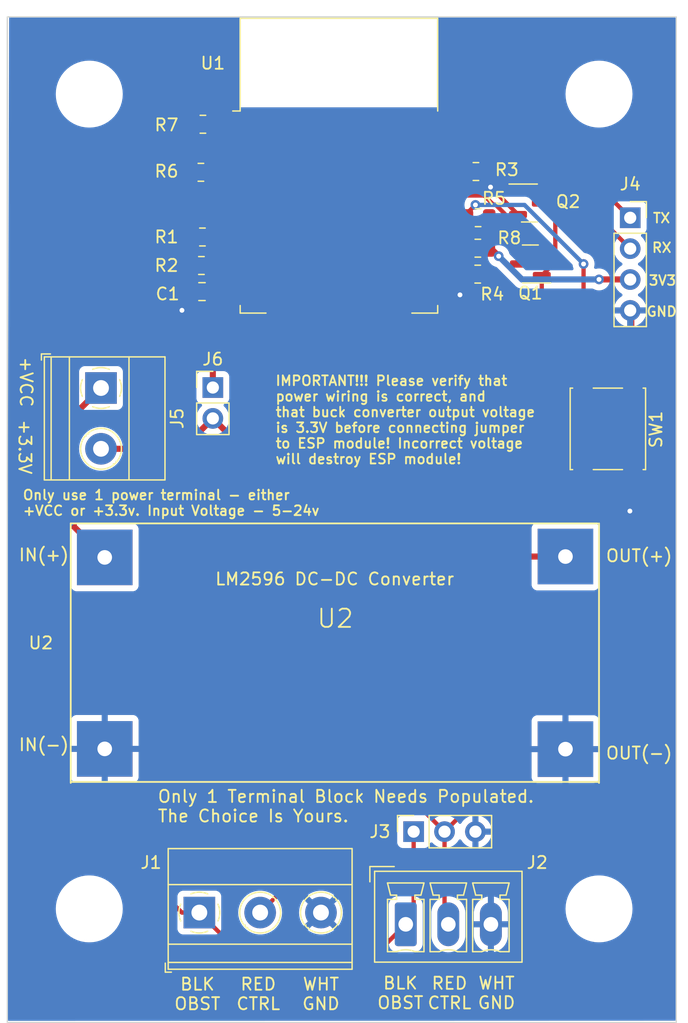
<source format=kicad_pcb>
(kicad_pcb (version 20221018) (generator pcbnew)
  (layers (0 "F.Cu" signal) (31 "B.Cu" signal) (34 "B.Paste" user) (35 "F.Paste" user) (36 "B.SilkS" user "B.Silkscreen") (37 "F.SilkS" user "F.Silkscreen") (38 "B.Mask" user) (39 "F.Mask" user) (44 "Edge.Cuts" user))
  (net 0 "")
  (net 1 "Net-(Q1-D)")
  (net 2 "Net-(Q2-G)")
  (net 3 "+3.3V")
  (net 4 "GND")
  (net 5 "Net-(U1-GPIO13)")
  (net 16 "Net-(U1-GPIO15)")
  (net 17 "Net-(U1-EN)")
  (net 18 "Net-(J4-Pin_1)")
  (net 19 "Net-(J4-Pin_2)")
  (net 20 "Net-(U1-GPIO0)")
  (net 21 "Net-(U1-~{RST})")
  (net 22 "Net-(J1-BLK{slash}OBST)")
  (net 23 "Net-(J1-RED{slash}CTRL)")
  (net 24 "Net-(U1-GPIO2)")
  (net 25 "+12V")
  (net 26 "Net-(J5-+3.3V)")
  (footprint "Connector_PinHeader_2.54mm:PinHeader_1x02_P2.54mm_Vertical" (layer "F.Cu") (at 130.81 87.63)
    (fp_text reference "J6" (at 0 -2.33) (layer "F.SilkS"))
    (fp_text value "Conn_01x02")
    (fp_line (start -1.33 -1.33) (end 0 -1.33) (stroke (width 0.12)) (layer "F.SilkS"))
    (fp_line (start -1.33 0) (end -1.33 -1.33) (stroke (width 0.12)) (layer "F.SilkS"))
    (fp_line (start -1.33 1.27) (end -1.33 3.87) (stroke (width 0.12)) (layer "F.SilkS"))
    (fp_line (start -1.33 1.27) (end 1.33 1.27) (stroke (width 0.12)) (layer "F.SilkS"))
    (fp_line (start -1.33 3.87) (end 1.33 3.87) (stroke (width 0.12)) (layer "F.SilkS"))
    (fp_line (start 1.33 1.27) (end 1.33 3.87) (stroke (width 0.12)) (layer "F.SilkS"))
    (pad "1" thru_hole rect (at 0 0) (size 1.7 1.7) (drill 1) (layers "*.Cu" "*.Mask") (net 3 "+3.3V"))
    (pad "2" thru_hole oval (at 0 2.54) (size 1.7 1.7) (drill 1) (layers "*.Cu" "*.Mask") (net 26 "Net-(J5-+3.3V)"))
  )
  (footprint "Connector_PinSocket_2.54mm:PinSocket_1x04_P2.54mm_Vertical" (layer "F.Cu") (at 165.125 73.67)
    (fp_text reference "J4" (at 0 -2.77) (layer "F.SilkS"))
    (fp_text value "Conn_01x04")
    (fp_line (start -1.33 1.27) (end -1.33 8.95) (stroke (width 0.12)) (layer "F.SilkS"))
    (fp_line (start -1.33 1.27) (end 1.33 1.27) (stroke (width 0.12)) (layer "F.SilkS"))
    (fp_line (start -1.33 8.95) (end 1.33 8.95) (stroke (width 0.12)) (layer "F.SilkS"))
    (fp_line (start 0 -1.33) (end 1.33 -1.33) (stroke (width 0.12)) (layer "F.SilkS"))
    (fp_line (start 1.33 -1.33) (end 1.33 0) (stroke (width 0.12)) (layer "F.SilkS"))
    (fp_line (start 1.33 1.27) (end 1.33 8.95) (stroke (width 0.12)) (layer "F.SilkS"))
    (pad "1" thru_hole rect (at 0 0) (size 1.7 1.7) (drill 1) (layers "*.Cu" "*.Mask") (net 18 "Net-(J4-Pin_1)"))
    (pad "2" thru_hole oval (at 0 2.54) (size 1.7 1.7) (drill 1) (layers "*.Cu" "*.Mask") (net 19 "Net-(J4-Pin_2)"))
    (pad "3" thru_hole oval (at 0 5.08) (size 1.7 1.7) (drill 1) (layers "*.Cu" "*.Mask") (net 3 "+3.3V"))
    (pad "4" thru_hole oval (at 0 7.62) (size 1.7 1.7) (drill 1) (layers "*.Cu" "*.Mask") (net 4 "GND"))
  )
  (footprint "Resistor_SMD:R_0805_2012Metric" (layer "F.Cu") (at 152.441188 69.867106 180)
    (fp_text reference "R3" (at -2.54 0.144162) (layer "F.SilkS"))
    (fp_text value "10k")
    (fp_line (start -0.227064 -0.735) (end 0.227064 -0.735) (stroke (width 0.12)) (layer "F.SilkS"))
    (fp_line (start -0.227064 0.735) (end 0.227064 0.735) (stroke (width 0.12)) (layer "F.SilkS"))
    (pad "1" smd roundrect (at -0.9125 0 180) (size 1.025 1.4) (layers "F.Cu" "F.Paste" "F.Mask") (roundrect_rratio 0.243902439) (net 4 "GND"))
    (pad "2" smd roundrect (at 0.9125 0 180) (size 1.025 1.4) (layers "F.Cu" "F.Paste" "F.Mask") (roundrect_rratio 0.243902439) (net 2 "Net-(Q2-G)"))
  )
  (footprint "MountingHole:MountingHole_5mm" (layer "F.Cu") (at 162.56 63.5)
    (fp_text reference "H1" hide)
    (fp_text value "MountingHole_5mm")
    (pad "" np_thru_hole circle (at 0 0) (size 5 5) (drill 5) (layers "*.Cu" "*.Mask"))
  )
  (footprint "MountingHole:MountingHole_5mm" (layer "F.Cu") (at 162.56 130.505)
    (fp_text reference "H1" hide)
    (fp_text value "MountingHole_5mm")
    (pad "" np_thru_hole circle (at 0 0) (size 5 5) (drill 5) (layers "F&B.Cu" "*.Mask"))
  )
  (footprint "Resistor_SMD:R_0805_2012Metric" (layer "F.Cu") (at 152.619095 73.664066)
    (fp_text reference "R5" (at 1.303077 -1.582561) (layer "F.SilkS"))
    (fp_text value "10k")
    (fp_line (start -0.227064 -0.735) (end 0.227064 -0.735) (stroke (width 0.12)) (layer "F.SilkS"))
    (fp_line (start -0.227064 0.735) (end 0.227064 0.735) (stroke (width 0.12)) (layer "F.SilkS"))
    (pad "1" smd roundrect (at -0.9125 0) (size 1.025 1.4) (layers "F.Cu" "F.Paste" "F.Mask") (roundrect_rratio 0.243902439) (net 20 "Net-(U1-GPIO0)"))
    (pad "2" smd roundrect (at 0.9125 0) (size 1.025 1.4) (layers "F.Cu" "F.Paste" "F.Mask") (roundrect_rratio 0.243902439) (net 3 "+3.3V"))
  )
  (footprint "RF_Module:ESP-12E" (layer "F.Cu") (at 141.177159 69.388892)
    (fp_text reference "U1" (at -10.367159 -8.428892) (layer "F.SilkS"))
    (fp_text value "ESP-12F")
    (fp_line (start -8.12 -12.12) (end 8.12 -12.12) (stroke (width 0.12)) (layer "F.SilkS"))
    (fp_line (start -8.12 -4.5) (end -8.73 -4.5) (stroke (width 0.12)) (layer "F.SilkS"))
    (fp_line (start -8.12 -4.5) (end -8.12 -12.12) (stroke (width 0.12)) (layer "F.SilkS"))
    (fp_line (start -8.12 12.12) (end -8.12 11.5) (stroke (width 0.12)) (layer "F.SilkS"))
    (fp_line (start -6 12.12) (end -8.12 12.12) (stroke (width 0.12)) (layer "F.SilkS"))
    (fp_line (start 8.12 -12.12) (end 8.12 -4.5) (stroke (width 0.12)) (layer "F.SilkS"))
    (fp_line (start 8.12 11.5) (end 8.12 12.12) (stroke (width 0.12)) (layer "F.SilkS"))
    (fp_line (start 8.12 12.12) (end 6 12.12) (stroke (width 0.12)) (layer "F.SilkS"))
    (pad "1" smd rect (at -7.6 -3.5) (size 2.5 1) (layers "F.Cu" "F.Paste" "F.Mask") (net 21 "Net-(U1-~{RST})"))
    (pad "2" smd rect (at -7.6 -1.5) (size 2.5 1) (layers "F.Cu" "F.Paste" "F.Mask"))
    (pad "3" smd rect (at -7.6 0.5) (size 2.5 1) (layers "F.Cu" "F.Paste" "F.Mask") (net 17 "Net-(U1-EN)"))
    (pad "4" smd rect (at -7.6 2.5) (size 2.5 1) (layers "F.Cu" "F.Paste" "F.Mask"))
    (pad "5" smd rect (at -7.6 4.5) (size 2.5 1) (layers "F.Cu" "F.Paste" "F.Mask"))
    (pad "6" smd rect (at -7.6 6.5) (size 2.5 1) (layers "F.Cu" "F.Paste" "F.Mask"))
    (pad "7" smd rect (at -7.6 8.5) (size 2.5 1) (layers "F.Cu" "F.Paste" "F.Mask") (net 5 "Net-(U1-GPIO13)"))
    (pad "8" smd rect (at -7.6 10.5) (size 2.5 1) (layers "F.Cu" "F.Paste" "F.Mask") (net 3 "+3.3V"))
    (pad "9" smd rect (at -5 12) (size 1 1.8) (layers "F.Cu" "F.Paste" "F.Mask"))
    (pad "10" smd rect (at -3 12) (size 1 1.8) (layers "F.Cu" "F.Paste" "F.Mask"))
    (pad "11" smd rect (at -1 12) (size 1 1.8) (layers "F.Cu" "F.Paste" "F.Mask"))
    (pad "12" smd rect (at 1 12) (size 1 1.8) (layers "F.Cu" "F.Paste" "F.Mask"))
    (pad "13" smd rect (at 3 12) (size 1 1.8) (layers "F.Cu" "F.Paste" "F.Mask"))
    (pad "14" smd rect (at 5 12) (size 1 1.8) (layers "F.Cu" "F.Paste" "F.Mask"))
    (pad "15" smd rect (at 7.6 10.5) (size 2.5 1) (layers "F.Cu" "F.Paste" "F.Mask") (net 4 "GND"))
    (pad "16" smd rect (at 7.6 8.5) (size 2.5 1) (layers "F.Cu" "F.Paste" "F.Mask") (net 16 "Net-(U1-GPIO15)"))
    (pad "17" smd rect (at 7.6 6.5) (size 2.5 1) (layers "F.Cu" "F.Paste" "F.Mask") (net 24 "Net-(U1-GPIO2)"))
    (pad "18" smd rect (at 7.6 4.5) (size 2.5 1) (layers "F.Cu" "F.Paste" "F.Mask") (net 20 "Net-(U1-GPIO0)"))
    (pad "19" smd rect (at 7.6 2.5) (size 2.5 1) (layers "F.Cu" "F.Paste" "F.Mask") (net 1 "Net-(Q1-D)"))
    (pad "20" smd rect (at 7.6 0.5) (size 2.5 1) (layers "F.Cu" "F.Paste" "F.Mask") (net 2 "Net-(Q2-G)"))
    (pad "21" smd rect (at 7.6 -1.5) (size 2.5 1) (layers "F.Cu" "F.Paste" "F.Mask") (net 19 "Net-(J4-Pin_2)"))
    (pad "22" smd rect (at 7.6 -3.5) (size 2.5 1) (layers "F.Cu" "F.Paste" "F.Mask") (net 18 "Net-(J4-Pin_1)"))
    (zone (net 0) (net_name "") (layers "*.Cu") (connect_pads (clearance 0)) (min_thickness 0.254)
      (keepout (tracks not_allowed) (vias not_allowed) (pads not_allowed) (copperpour not_allowed) (footprints not_allowed))
      (fill (thermal_gap 0.508) (thermal_bridge_width 0.508))
      (polygon (pts (xy 133.057159 64.588892) (xy 149.297159 64.588892) (xy 149.297159 57.268892) (xy 133.057159 57.268892)))
    )
  )
  (footprint "Resistor_SMD:R_0805_2012Metric" (layer "F.Cu") (at 129.828384 69.930929 180)
    (fp_text reference "R6" (at 2.828384 0.080929) (layer "F.SilkS"))
    (fp_text value "10k")
    (fp_line (start -0.227064 -0.735) (end 0.227064 -0.735) (stroke (width 0.12)) (layer "F.SilkS"))
    (fp_line (start -0.227064 0.735) (end 0.227064 0.735) (stroke (width 0.12)) (layer "F.SilkS"))
    (pad "1" smd roundrect (at -0.9125 0 180) (size 1.025 1.4) (layers "F.Cu" "F.Paste" "F.Mask") (roundrect_rratio 0.243902439) (net 17 "Net-(U1-EN)"))
    (pad "2" smd roundrect (at 0.9125 0 180) (size 1.025 1.4) (layers "F.Cu" "F.Paste" "F.Mask") (roundrect_rratio 0.243902439) (net 3 "+3.3V"))
  )
  (footprint "MountingHole:MountingHole_5mm" (layer "F.Cu") (at 120.65 130.505)
    (fp_text reference "H1" hide)
    (fp_text value "MountingHole_5mm")
    (pad "" np_thru_hole circle (at 0 0) (size 5 5) (drill 5) (layers "F&B.Cu" "*.Mask"))
  )
  (footprint "Resistor_SMD:R_0805_2012Metric" (layer "F.Cu") (at 152.588831 78.30498 180)
    (fp_text reference "R4" (at -1.190782 -1.65) (layer "F.SilkS"))
    (fp_text value "10k")
    (fp_line (start -0.227064 -0.735) (end 0.227064 -0.735) (stroke (width 0.12)) (layer "F.SilkS"))
    (fp_line (start -0.227064 0.735) (end 0.227064 0.735) (stroke (width 0.12)) (layer "F.SilkS"))
    (pad "1" smd roundrect (at -0.9125 0 180) (size 1.025 1.4) (layers "F.Cu" "F.Paste" "F.Mask") (roundrect_rratio 0.243902439) (net 4 "GND"))
    (pad "2" smd roundrect (at 0.9125 0 180) (size 1.025 1.4) (layers "F.Cu" "F.Paste" "F.Mask") (roundrect_rratio 0.243902439) (net 16 "Net-(U1-GPIO15)"))
  )
  (footprint "MountingHole:MountingHole_5mm" (layer "F.Cu") (at 120.65 63.5)
    (fp_text reference "H1" hide)
    (fp_text value "MountingHole_5mm")
    (pad "" np_thru_hole circle (at 0 0) (size 5 5) (drill 5) (layers "F&B.Cu" "*.Mask"))
  )
  (footprint "Package_TO_SOT_SMD:SOT-23" (layer "F.Cu") (at 156.838197 72.456955)
    (fp_text reference "Q2" (at 3.181285 -0.114091) (layer "F.SilkS"))
    (fp_text value "AO3400A")
    (fp_line (start 0 -1.56) (end -1.675 -1.56) (stroke (width 0.12)) (layer "F.SilkS"))
    (fp_line (start 0 -1.56) (end 0.65 -1.56) (stroke (width 0.12)) (layer "F.SilkS"))
    (fp_line (start 0 1.56) (end -0.65 1.56) (stroke (width 0.12)) (layer "F.SilkS"))
    (fp_line (start 0 1.56) (end 0.65 1.56) (stroke (width 0.12)) (layer "F.SilkS"))
    (pad "1" smd roundrect (at -0.9375 -0.95) (size 1.475 0.6) (layers "F.Cu" "F.Paste" "F.Mask") (net 2 "Net-(Q2-G)"))
    (pad "2" smd roundrect (at -0.9375 0.95) (size 1.475 0.6) (layers "F.Cu" "F.Paste" "F.Mask") (net 4 "GND"))
    (pad "3" smd roundrect (at 0.9375 0) (size 1.475 0.6) (layers "F.Cu" "F.Paste" "F.Mask") (net 23 "Net-(J1-RED{slash}CTRL)"))
  )
  (footprint "DC_DC_LM2596_small:DC_DC_LM2596_small" (layer "F.Cu") (at 140.7755 108.966)
    (fp_text reference "U2" (at 0.1016 -2.3368) (layer "F.SilkS") (effects (font (size 1.5 1.5))))
    (fp_text value "LM2596 DC-DC Converter" (at 0.0508 -5.588) (layer "F.SilkS"))
    (fp_line (start -21.6495 -10.16) (end 21.6495 -10.16) (stroke (width 0.15)) (layer "F.SilkS"))
    (fp_line (start -21.6495 11.176) (end -21.6495 -10.16) (stroke (width 0.15)) (layer "F.SilkS"))
    (fp_line (start -21.605924 11.099059) (end 21.693076 11.099059) (stroke (width 0.15)) (layer "F.SilkS"))
    (fp_line (start 21.7845 11.176) (end 21.7845 -10.16) (stroke (width 0.15)) (layer "F.SilkS"))
    (pad "1" thru_hole rect (at -18.8555 -7.366) (size 4.572 4.572) (drill 1.2) (layers "*.Cu" "*.Mask") (net 25 "+12V"))
    (pad "2" thru_hole rect (at -18.8555 8.382) (size 4.572 4.572) (drill 1.2) (layers "*.Cu" "*.Mask") (net 4 "GND"))
    (pad "3" thru_hole rect (at 19.026872 -7.434928) (size 4.572 4.572) (drill 1.2) (layers "*.Cu" "*.Mask") (net 26 "Net-(J5-+3.3V)"))
    (pad "4" thru_hole rect (at 19.026872 8.403206) (size 4.572 4.572) (drill 1.2) (layers "*.Cu" "*.Mask") (net 4 "GND"))
  )
  (footprint "Connector_PinSocket_2.54mm:PinSocket_1x03_P2.54mm_Vertical" (layer "F.Cu") (at 147.32 124.155 90)
    (fp_text reference "J3" (at 0 -2.77) (layer "F.SilkS"))
    (fp_text value "Screw_Terminal_01x03")
    (fp_line (start -1.33 1.27) (end -1.33 6.41) (stroke (width 0.12)) (layer "F.SilkS"))
    (fp_line (start -1.33 1.27) (end 1.33 1.27) (stroke (width 0.12)) (layer "F.SilkS"))
    (fp_line (start -1.33 6.41) (end 1.33 6.41) (stroke (width 0.12)) (layer "F.SilkS"))
    (fp_line (start 0 -1.33) (end 1.33 -1.33) (stroke (width 0.12)) (layer "F.SilkS"))
    (fp_line (start 1.33 -1.33) (end 1.33 0) (stroke (width 0.12)) (layer "F.SilkS"))
    (fp_line (start 1.33 1.27) (end 1.33 6.41) (stroke (width 0.12)) (layer "F.SilkS"))
    (pad "1" thru_hole rect (at 0 0 90) (size 1.7 1.7) (drill 1) (layers "*.Cu" "*.Mask") (net 22 "Net-(J1-BLK{slash}OBST)"))
    (pad "2" thru_hole oval (at 0 2.54 90) (size 1.7 1.7) (drill 1) (layers "*.Cu" "*.Mask") (net 23 "Net-(J1-RED{slash}CTRL)"))
    (pad "3" thru_hole oval (at 0 5.08 90) (size 1.7 1.7) (drill 1) (layers "*.Cu" "*.Mask") (net 4 "GND"))
  )
  (footprint "Button_Switch_SMD:SW_SPST_EVQQ2" (layer "F.Cu") (at 163.29 91.03 -90)
    (fp_text reference "SW1" (at 0.05 -3.95 90) (layer "F.SilkS"))
    (fp_text value "SW_Push")
    (fp_line (start -3.35 -3.1) (end -3.35 -2.9) (stroke (width 0.12)) (layer "F.SilkS"))
    (fp_line (start -3.35 -1.2) (end -3.35 1.2) (stroke (width 0.12)) (layer "F.SilkS"))
    (fp_line (start -3.35 3.1) (end -3.35 2.9) (stroke (width 0.12)) (layer "F.SilkS"))
    (fp_line (start -3.35 3.1) (end 3.35 3.1) (stroke (width 0.12)) (layer "F.SilkS"))
    (fp_line (start 3.35 -3.1) (end -3.35 -3.1) (stroke (width 0.12)) (layer "F.SilkS"))
    (fp_line (start 3.35 -3.1) (end 3.35 -2.9) (stroke (width 0.12)) (layer "F.SilkS"))
    (fp_line (start 3.35 -1.2) (end 3.35 1.2) (stroke (width 0.12)) (layer "F.SilkS"))
    (fp_line (start 3.35 3.1) (end 3.35 2.9) (stroke (width 0.12)) (layer "F.SilkS"))
    (pad "1" smd rect (at -3.4 -2 270) (size 3.2 1) (layers "F.Cu" "F.Paste" "F.Mask") (net 4 "GND"))
    (pad "1" smd rect (at 3.4 -2 270) (size 3.2 1) (layers "F.Cu" "F.Paste" "F.Mask") (net 4 "GND"))
    (pad "2" smd rect (at -3.4 2 270) (size 3.2 1) (layers "F.Cu" "F.Paste" "F.Mask") (net 20 "Net-(U1-GPIO0)"))
    (pad "2" smd rect (at 3.4 2 270) (size 3.2 1) (layers "F.Cu" "F.Paste" "F.Mask") (net 20 "Net-(U1-GPIO0)"))
  )
  (footprint "Package_TO_SOT_SMD:SOT-23" (layer "F.Cu") (at 156.915502 77.47 180)
    (fp_text reference "Q1" (at 0 -2.4) (layer "F.SilkS"))
    (fp_text value "2N7002")
    (fp_line (start 0 -1.56) (end -1.675 -1.56) (stroke (width 0.12)) (layer "F.SilkS"))
    (fp_line (start 0 -1.56) (end 0.65 -1.56) (stroke (width 0.12)) (layer "F.SilkS"))
    (fp_line (start 0 1.56) (end -0.65 1.56) (stroke (width 0.12)) (layer "F.SilkS"))
    (fp_line (start 0 1.56) (end 0.65 1.56) (stroke (width 0.12)) (layer "F.SilkS"))
    (pad "1" smd roundrect (at -0.9375 -0.95 180) (size 1.475 0.6) (layers "F.Cu" "F.Paste" "F.Mask") (net 23 "Net-(J1-RED{slash}CTRL)"))
    (pad "2" smd roundrect (at -0.9375 0.95 180) (size 1.475 0.6) (layers "F.Cu" "F.Paste" "F.Mask") (net 4 "GND"))
    (pad "3" smd roundrect (at 0.9375 0 180) (size 1.475 0.6) (layers "F.Cu" "F.Paste" "F.Mask") (net 1 "Net-(Q1-D)"))
  )
  (footprint "Connector_Phoenix_MC:PhoenixContact_MCV_1,5_3-G-3.5_1x03_P3.50mm_Vertical" (layer "F.Cu") (at 146.67 131.775)
    (fp_text reference "J2" (at 10.81 -5.08) (layer "F.SilkS"))
    (fp_text value "Screw_Terminal_01x03")
    (fp_line (start -2.95 -4.75) (end -0.95 -4.75) (stroke (width 0.12)) (layer "F.SilkS"))
    (fp_line (start -2.95 -3.5) (end -2.95 -4.75) (stroke (width 0.12)) (layer "F.SilkS"))
    (fp_line (start -2.56 -4.36) (end -2.56 3.11) (stroke (width 0.12)) (layer "F.SilkS"))
    (fp_line (start -2.56 3.11) (end 9.56 3.11) (stroke (width 0.12)) (layer "F.SilkS"))
    (fp_line (start -1.5 -3.4) (end 1.5 -3.4) (stroke (width 0.12)) (layer "F.SilkS"))
    (fp_line (start -1.5 -2.05) (end -0.75 -2.05) (stroke (width 0.12)) (layer "F.SilkS"))
    (fp_line (start -1.5 2.25) (end -1.5 -2.05) (stroke (width 0.12)) (layer "F.SilkS"))
    (fp_line (start -1.25 -2.4) (end -1.5 -3.4) (stroke (width 0.12)) (layer "F.SilkS"))
    (fp_line (start -0.75 -2.4) (end -1.25 -2.4) (stroke (width 0.12)) (layer "F.SilkS"))
    (fp_line (start -0.75 -2.05) (end -0.75 -2.4) (stroke (width 0.12)) (layer "F.SilkS"))
    (fp_line (start -0.75 2.25) (end -1.5 2.25) (stroke (width 0.12)) (layer "F.SilkS"))
    (fp_line (start 0.75 -2.4) (end 0.75 -2.05) (stroke (width 0.12)) (layer "F.SilkS"))
    (fp_line (start 0.75 -2.05) (end 1.5 -2.05) (stroke (width 0.12)) (layer "F.SilkS"))
    (fp_line (start 1.25 -2.4) (end 0.75 -2.4) (stroke (width 0.12)) (layer "F.SilkS"))
    (fp_line (start 1.5 -3.4) (end 1.25 -2.4) (stroke (width 0.12)) (layer "F.SilkS"))
    (fp_line (start 1.5 -2.05) (end 1.5 2.25) (stroke (width 0.12)) (layer "F.SilkS"))
    (fp_line (start 1.5 2.25) (end 0.75 2.25) (stroke (width 0.12)) (layer "F.SilkS"))
    (fp_line (start 2 -3.4) (end 5 -3.4) (stroke (width 0.12)) (layer "F.SilkS"))
    (fp_line (start 2 -2.05) (end 2.75 -2.05) (stroke (width 0.12)) (layer "F.SilkS"))
    (fp_line (start 2 2.25) (end 2 -2.05) (stroke (width 0.12)) (layer "F.SilkS"))
    (fp_line (start 2.25 -2.4) (end 2 -3.4) (stroke (width 0.12)) (layer "F.SilkS"))
    (fp_line (start 2.75 -2.4) (end 2.25 -2.4) (stroke (width 0.12)) (layer "F.SilkS"))
    (fp_line (start 2.75 -2.05) (end 2.75 -2.4) (stroke (width 0.12)) (layer "F.SilkS"))
    (fp_line (start 2.75 2.25) (end 2 2.25) (stroke (width 0.12)) (layer "F.SilkS"))
    (fp_line (start 4.25 -2.4) (end 4.25 -2.05) (stroke (width 0.12)) (layer "F.SilkS"))
    (fp_line (start 4.25 -2.05) (end 5 -2.05) (stroke (width 0.12)) (layer "F.SilkS"))
    (fp_line (start 4.75 -2.4) (end 4.25 -2.4) (stroke (width 0.12)) (layer "F.SilkS"))
    (fp_line (start 5 -3.4) (end 4.75 -2.4) (stroke (width 0.12)) (layer "F.SilkS"))
    (fp_line (start 5 -2.05) (end 5 2.25) (stroke (width 0.12)) (layer "F.SilkS"))
    (fp_line (start 5 2.25) (end 4.25 2.25) (stroke (width 0.12)) (layer "F.SilkS"))
    (fp_line (start 5.5 -3.4) (end 8.5 -3.4) (stroke (width 0.12)) (layer "F.SilkS"))
    (fp_line (start 5.5 -2.05) (end 6.25 -2.05) (stroke (width 0.12)) (layer "F.SilkS"))
    (fp_line (start 5.5 2.25) (end 5.5 -2.05) (stroke (width 0.12)) (layer "F.SilkS"))
    (fp_line (start 5.75 -2.4) (end 5.5 -3.4) (stroke (width 0.12)) (layer "F.SilkS"))
    (fp_line (start 6.25 -2.4) (end 5.75 -2.4) (stroke (width 0.12)) (layer "F.SilkS"))
    (fp_line (start 6.25 -2.05) (end 6.25 -2.4) (stroke (width 0.12)) (layer "F.SilkS"))
    (fp_line (start 6.25 2.25) (end 5.5 2.25) (stroke (width 0.12)) (layer "F.SilkS"))
    (fp_line (start 7.75 -2.4) (end 7.75 -2.05) (stroke (width 0.12)) (layer "F.SilkS"))
    (fp_line (start 7.75 -2.05) (end 8.5 -2.05) (stroke (width 0.12)) (layer "F.SilkS"))
    (fp_line (start 8.25 -2.4) (end 7.75 -2.4) (stroke (width 0.12)) (layer "F.SilkS"))
    (fp_line (start 8.5 -3.4) (end 8.25 -2.4) (stroke (width 0.12)) (layer "F.SilkS"))
    (fp_line (start 8.5 -2.05) (end 8.5 2.25) (stroke (width 0.12)) (layer "F.SilkS"))
    (fp_line (start 8.5 2.25) (end 7.75 2.25) (stroke (width 0.12)) (layer "F.SilkS"))
    (fp_line (start 9.56 -4.36) (end -2.56 -4.36) (stroke (width 0.12)) (layer "F.SilkS"))
    (fp_line (start 9.56 3.11) (end 9.56 -4.36) (stroke (width 0.12)) (layer "F.SilkS"))
    (fp_arc (start -0.75 2.25) (mid -0.000193 2.09191) (end 0.749647 2.249844) (stroke (width 0.12)) (layer "F.SilkS"))
    (fp_arc (start 2.75 2.25) (mid 3.499807 2.09191) (end 4.249647 2.249844) (stroke (width 0.12)) (layer "F.SilkS"))
    (fp_arc (start 6.25 2.25) (mid 6.999807 2.09191) (end 7.749647 2.249844) (stroke (width 0.12)) (layer "F.SilkS"))
    (pad "1" thru_hole roundrect (at 0 0) (size 1.8 3.6) (drill 1.2) (layers "*.Cu" "*.Mask") (roundrect_rratio 0.1388888889) (net 22 "Net-(J1-BLK{slash}OBST)"))
    (pad "2" thru_hole oval (at 3.5 0) (size 1.8 3.6) (drill 1.2) (layers "*.Cu" "*.Mask") (net 23 "Net-(J1-RED{slash}CTRL)"))
    (pad "3" thru_hole oval (at 7 0) (size 1.8 3.6) (drill 1.2) (layers "*.Cu" "*.Mask") (net 4 "GND"))
  )
  (footprint "Resistor_SMD:R_0805_2012Metric" (layer "F.Cu") (at 152.597269 76.173013)
    (fp_text reference "R8" (at 2.592364 -0.844956) (layer "F.SilkS"))
    (fp_text value "10k")
    (fp_line (start -0.227064 -0.735) (end 0.227064 -0.735) (stroke (width 0.12)) (layer "F.SilkS"))
    (fp_line (start -0.227064 0.735) (end 0.227064 0.735) (stroke (width 0.12)) (layer "F.SilkS"))
    (pad "1" smd roundrect (at -0.9125 0) (size 1.025 1.4) (layers "F.Cu" "F.Paste" "F.Mask") (roundrect_rratio 0.243902439) (net 24 "Net-(U1-GPIO2)"))
    (pad "2" smd roundrect (at 0.9125 0) (size 1.025 1.4) (layers "F.Cu" "F.Paste" "F.Mask") (roundrect_rratio 0.243902439) (net 3 "+3.3V"))
  )
  (footprint "TerminalBlock_Phoenix:TerminalBlock_Phoenix_MKDS-1,5-3_1x03_P5.00mm_Horizontal" (layer "F.Cu") (at 129.7 130.81)
    (fp_text reference "J1" (at -3.97 -4.115) (layer "F.SilkS"))
    (fp_text value "Screw_Terminal_01x03")
    (fp_line (start -2.8 4.16) (end -2.8 4.9) (stroke (width 0.12)) (layer "F.SilkS"))
    (fp_line (start -2.8 4.9) (end -2.3 4.9) (stroke (width 0.12)) (layer "F.SilkS"))
    (fp_line (start -2.56 -5.261) (end -2.56 4.66) (stroke (width 0.12)) (layer "F.SilkS"))
    (fp_line (start -2.56 -5.261) (end 12.56 -5.261) (stroke (width 0.12)) (layer "F.SilkS"))
    (fp_line (start -2.56 -2.301) (end 12.56 -2.301) (stroke (width 0.12)) (layer "F.SilkS"))
    (fp_line (start -2.56 2.6) (end 12.56 2.6) (stroke (width 0.12)) (layer "F.SilkS"))
    (fp_line (start -2.56 4.1) (end 12.56 4.1) (stroke (width 0.12)) (layer "F.SilkS"))
    (fp_line (start -2.56 4.66) (end 12.56 4.66) (stroke (width 0.12)) (layer "F.SilkS"))
    (fp_line (start 3.773 1.023) (end 3.726 1.069) (stroke (width 0.12)) (layer "F.SilkS"))
    (fp_line (start 3.966 1.239) (end 3.931 1.274) (stroke (width 0.12)) (layer "F.SilkS"))
    (fp_line (start 6.07 -1.275) (end 6.035 -1.239) (stroke (width 0.12)) (layer "F.SilkS"))
    (fp_line (start 6.275 -1.069) (end 6.228 -1.023) (stroke (width 0.12)) (layer "F.SilkS"))
    (fp_line (start 8.773 1.023) (end 8.726 1.069) (stroke (width 0.12)) (layer "F.SilkS"))
    (fp_line (start 8.966 1.239) (end 8.931 1.274) (stroke (width 0.12)) (layer "F.SilkS"))
    (fp_line (start 11.07 -1.275) (end 11.035 -1.239) (stroke (width 0.12)) (layer "F.SilkS"))
    (fp_line (start 11.275 -1.069) (end 11.228 -1.023) (stroke (width 0.12)) (layer "F.SilkS"))
    (fp_line (start 12.56 -5.261) (end 12.56 4.66) (stroke (width 0.12)) (layer "F.SilkS"))
    (fp_arc (start -1.535427 0.683042) (mid -1.680501 -0.000524) (end -1.535 -0.684) (stroke (width 0.12)) (layer "F.SilkS"))
    (fp_arc (start -0.683042 -1.535427) (mid 0.000524 -1.680501) (end 0.684 -1.535) (stroke (width 0.12)) (layer "F.SilkS"))
    (fp_arc (start 0.028805 1.680253) (mid -0.335551 1.646659) (end -0.684 1.535) (stroke (width 0.12)) (layer "F.SilkS"))
    (fp_arc (start 0.683318 1.534756) (mid 0.349292 1.643288) (end 0 1.68) (stroke (width 0.12)) (layer "F.SilkS"))
    (fp_arc (start 1.535427 -0.683042) (mid 1.680501 0.000524) (end 1.535 0.684) (stroke (width 0.12)) (layer "F.SilkS"))
    (fp_circle (center 5 0) (end 6.68 0) (stroke (width 0.12)) (fill none) (layer "F.SilkS"))
    (fp_circle (center 10 0) (end 11.68 0) (stroke (width 0.12)) (fill none) (layer "F.SilkS"))
    (pad "1" thru_hole rect (at 0 0) (size 2.6 2.6) (drill 1.3) (layers "*.Cu" "*.Mask") (net 22 "Net-(J1-BLK{slash}OBST)"))
    (pad "2" thru_hole circle (at 5 0) (size 2.6 2.6) (drill 1.3) (layers "*.Cu" "*.Mask") (net 23 "Net-(J1-RED{slash}CTRL)"))
    (pad "3" thru_hole circle (at 10 0) (size 2.6 2.6) (drill 1.3) (layers "*.Cu" "*.Mask") (net 4 "GND"))
  )
  (footprint "TerminalBlock_Phoenix:TerminalBlock_Phoenix_MKDS-1,5-2_1x02_P5.00mm_Horizontal" (layer "F.Cu") (at 121.615 87.67 -90)
    (fp_text reference "J5" (at 2.5 -6.26 90) (layer "F.SilkS"))
    (fp_text value "Screw_Terminal_01x02")
    (fp_line (start -2.8 4.16) (end -2.8 4.9) (stroke (width 0.12)) (layer "F.SilkS"))
    (fp_line (start -2.8 4.9) (end -2.3 4.9) (stroke (width 0.12)) (layer "F.SilkS"))
    (fp_line (start -2.56 -5.261) (end -2.56 4.66) (stroke (width 0.12)) (layer "F.SilkS"))
    (fp_line (start -2.56 -5.261) (end 7.56 -5.261) (stroke (width 0.12)) (layer "F.SilkS"))
    (fp_line (start -2.56 -2.301) (end 7.56 -2.301) (stroke (width 0.12)) (layer "F.SilkS"))
    (fp_line (start -2.56 2.6) (end 7.56 2.6) (stroke (width 0.12)) (layer "F.SilkS"))
    (fp_line (start -2.56 4.1) (end 7.56 4.1) (stroke (width 0.12)) (layer "F.SilkS"))
    (fp_line (start -2.56 4.66) (end 7.56 4.66) (stroke (width 0.12)) (layer "F.SilkS"))
    (fp_line (start 3.773 1.023) (end 3.726 1.069) (stroke (width 0.12)) (layer "F.SilkS"))
    (fp_line (start 3.966 1.239) (end 3.931 1.274) (stroke (width 0.12)) (layer "F.SilkS"))
    (fp_line (start 6.07 -1.275) (end 6.035 -1.239) (stroke (width 0.12)) (layer "F.SilkS"))
    (fp_line (start 6.275 -1.069) (end 6.228 -1.023) (stroke (width 0.12)) (layer "F.SilkS"))
    (fp_line (start 7.56 -5.261) (end 7.56 4.66) (stroke (width 0.12)) (layer "F.SilkS"))
    (fp_arc (start -1.535427 0.683042) (mid -1.680501 -0.000524) (end -1.535 -0.684) (stroke (width 0.12)) (layer "F.SilkS"))
    (fp_arc (start -0.683042 -1.535427) (mid 0.000524 -1.680501) (end 0.684 -1.535) (stroke (width 0.12)) (layer "F.SilkS"))
    (fp_arc (start 0.028805 1.680253) (mid -0.335551 1.646659) (end -0.684 1.535) (stroke (width 0.12)) (layer "F.SilkS"))
    (fp_arc (start 0.683318 1.534756) (mid 0.349292 1.643288) (end 0 1.68) (stroke (width 0.12)) (layer "F.SilkS"))
    (fp_arc (start 1.535427 -0.683042) (mid 1.680501 0.000524) (end 1.535 0.684) (stroke (width 0.12)) (layer "F.SilkS"))
    (fp_circle (center 5 0) (end 6.68 0) (stroke (width 0.12)) (fill none) (layer "F.SilkS"))
    (pad "1" thru_hole rect (at 0 0 270) (size 2.6 2.6) (drill 1.3) (layers "*.Cu" "*.Mask") (net 25 "+12V"))
    (pad "2" thru_hole circle (at 5 0 270) (size 2.6 2.6) (drill 1.3) (layers "*.Cu" "*.Mask") (net 26 "Net-(J5-+3.3V)"))
  )
  (footprint "Resistor_SMD:R_0805_2012Metric" (layer "F.Cu") (at 129.870772 77.596706 180)
    (fp_text reference "R2" (at 2.870772 0) (layer "F.SilkS"))
    (fp_text value "10k")
    (fp_line (start -0.227064 -0.735) (end 0.227064 -0.735) (stroke (width 0.12)) (layer "F.SilkS"))
    (fp_line (start -0.227064 0.735) (end 0.227064 0.735) (stroke (width 0.12)) (layer "F.SilkS"))
    (pad "1" smd roundrect (at -0.9125 0 180) (size 1.025 1.4) (layers "F.Cu" "F.Paste" "F.Mask") (roundrect_rratio 0.243902439) (net 5 "Net-(U1-GPIO13)"))
    (pad "2" smd roundrect (at 0.9125 0 180) (size 1.025 1.4) (layers "F.Cu" "F.Paste" "F.Mask") (roundrect_rratio 0.243902439) (net 4 "GND"))
  )
  (footprint "Resistor_SMD:R_0805_2012Metric" (layer "F.Cu") (at 129.994278 65.980249 180)
    (fp_text reference "R7" (at 2.994278 -0.059751) (layer "F.SilkS"))
    (fp_text value "10k")
    (fp_line (start -0.227064 -0.735) (end 0.227064 -0.735) (stroke (width 0.12)) (layer "F.SilkS"))
    (fp_line (start -0.227064 0.735) (end 0.227064 0.735) (stroke (width 0.12)) (layer "F.SilkS"))
    (pad "1" smd roundrect (at -0.9125 0 180) (size 1.025 1.4) (layers "F.Cu" "F.Paste" "F.Mask") (roundrect_rratio 0.243902439) (net 21 "Net-(U1-~{RST})"))
    (pad "2" smd roundrect (at 0.9125 0 180) (size 1.025 1.4) (layers "F.Cu" "F.Paste" "F.Mask") (roundrect_rratio 0.243902439) (net 3 "+3.3V"))
  )
  (footprint "Resistor_SMD:R_0805_2012Metric" (layer "F.Cu") (at 129.954531 75.251434)
    (fp_text reference "R1" (at -2.954531 0) (layer "F.SilkS"))
    (fp_text value "10k")
    (fp_line (start -0.227064 -0.735) (end 0.227064 -0.735) (stroke (width 0.12)) (layer "F.SilkS"))
    (fp_line (start -0.227064 0.735) (end 0.227064 0.735) (stroke (width 0.12)) (layer "F.SilkS"))
    (pad "1" smd roundrect (at -0.9125 0) (size 1.025 1.4) (layers "F.Cu" "F.Paste" "F.Mask") (roundrect_rratio 0.243902439) (net 22 "Net-(J1-BLK{slash}OBST)"))
    (pad "2" smd roundrect (at 0.9125 0) (size 1.025 1.4) (layers "F.Cu" "F.Paste" "F.Mask") (roundrect_rratio 0.243902439) (net 5 "Net-(U1-GPIO13)"))
  )
  (footprint "Capacitor_SMD:C_0805_2012Metric" (layer "F.Cu") (at 129.918589 79.742136 180)
    (fp_text reference "C1" (at 2.828892 -0.193662) (layer "F.SilkS"))
    (fp_text value "0.1uf")
    (fp_line (start -0.261252 -0.735) (end 0.261252 -0.735) (stroke (width 0.12)) (layer "F.SilkS"))
    (fp_line (start -0.261252 0.735) (end 0.261252 0.735) (stroke (width 0.12)) (layer "F.SilkS"))
    (pad "1" smd roundrect (at -0.95 0 180) (size 1 1.45) (layers "F.Cu" "F.Paste" "F.Mask") (net 3 "+3.3V"))
    (pad "2" smd roundrect (at 0.95 0 180) (size 1 1.45) (layers "F.Cu" "F.Paste" "F.Mask") (net 4 "GND"))
  )
  (gr_rect (start 113.91 57.15) (end 168.91 139.85) (stroke (width 0.1)) (fill none) (layer "Edge.Cuts"))
  (gr_text "BLK\nOBST" (at 146.226739 138.809743) (layer "F.SilkS") (effects (font (size 1 1)) (justify bottom)))
  (gr_text "RED\nCTRL" (at 134.546103 138.894836) (layer "F.SilkS") (effects (font (size 1 1)) (justify bottom)))
  (gr_text "RED\nCTRL" (at 150.267396 138.824201) (layer "F.SilkS") (effects (font (size 1 1)) (justify bottom)))
  (gr_text "WHT\nGND" (at 139.7 138.894836) (layer "F.SilkS") (effects (font (size 1 1)) (justify bottom)))
  (gr_text "IN(+)" (at 114.774765 101.986489) (layer "F.SilkS") (effects (font (size 1 1)) (justify left bottom)))
  (gr_text "GND" (at 166.390265 81.852093) (layer "F.SilkS") (effects (font (size 0.8 0.8)) (justify left bottom)))
  (gr_text "+3.3V" (at 114.769443 90.181696 -90) (layer "F.SilkS") (effects (font (size 1 1)) (justify left bottom)))
  (gr_text "TX" (at 166.917739 74.163142) (layer "F.SilkS") (effects (font (size 0.8 0.8)) (justify left bottom)))
  (gr_text "Only use 1 power terminal - either\n+VCC or +3.3v. Input Voltage - 5-24v" (at 115.112089 98.22654) (layer "F.SilkS") (effects (font (size 0.8 0.8)) (justify left bottom)))
  (gr_text "IMPORTANT!!! Please verify that\npower wiring is correct, and\nthat buck converter output voltage\nis 3.3V before connecting jumper\nto ESP module! Incorrect voltage\nwill destroy ESP module!" (at 135.89 93.98) (layer "F.SilkS") (effects (font (size 0.8 0.8)) (justify left bottom)))
  (gr_text "Only 1 Terminal Block Needs Populated.\nThe Choice Is Yours." (at 126.202746 123.455544) (layer "F.SilkS") (effects (font (size 1 1)) (justify left bottom)))
  (gr_text "IN(-)" (at 114.774765 117.597697) (layer "F.SilkS") (effects (font (size 1 1)) (justify left bottom)))
  (gr_text "BLK\nOBST" (at 129.54 138.894836) (layer "F.SilkS") (effects (font (size 1 1)) (justify bottom)))
  (gr_text "U2" (at 115.57 109.22) (layer "F.SilkS") (effects (font (size 1 1)) (justify left bottom)))
  (gr_text "OUT(-)" (at 163.046266 118.2824) (layer "F.SilkS") (effects (font (size 1 1)) (justify left bottom)))
  (gr_text "+VCC" (at 114.874616 85.028219 270) (layer "F.SilkS") (effects (font (size 1 1)) (justify left bottom)))
  (gr_text "WHT\nGND" (at 154.135048 138.809743) (layer "F.SilkS") (effects (font (size 1 1)) (justify bottom)))
  (gr_text "3V3" (at 166.572852 79.295872) (layer "F.SilkS") (effects (font (size 0.8 0.8)) (justify left bottom)))
  (gr_text "OUT(+)" (at 163.046266 102.054959) (layer "F.SilkS") (effects (font (size 1 1)) (justify left bottom)))
  (gr_text "RX" (at 166.83659 76.597638) (layer "F.SilkS") (effects (font (size 0.8 0.8)) (justify left bottom)))
  (segment (start 155.978002 75.968002) (end 155.978002 77.47) (width 0.35) (layer "F.Cu") (net 1))
  (segment (start 153.869066 72.589066) (end 154.052978 72.589066) (width 0.35) (layer "F.Cu") (net 1))
  (segment (start 148.777159 71.888892) (end 148.827659 71.838392) (width 0.35) (layer "F.Cu") (net 1))
  (segment (start 154.788197 73.324285) (end 154.788197 74.778197) (width 0.35) (layer "F.Cu") (net 1))
  (segment (start 154.788197 74.778197) (end 155.978002 75.968002) (width 0.35) (layer "F.Cu") (net 1))
  (segment (start 148.827659 71.838392) (end 153.118392 71.838392) (width 0.35) (layer "F.Cu") (net 1))
  (segment (start 154.052978 72.589066) (end 154.788197 73.324285) (width 0.35) (layer "F.Cu") (net 1))
  (segment (start 153.118392 71.838392) (end 153.869066 72.589066) (width 0.35) (layer "F.Cu") (net 1))
  (segment (start 152.603688 68.792106) (end 153.875071 68.792106) (width 0.35) (layer "F.Cu") (net 2))
  (segment (start 155.900697 70.817732) (end 155.900697 71.506955) (width 0.35) (layer "F.Cu") (net 2))
  (segment (start 153.875071 68.792106) (end 155.900697 70.817732) (width 0.35) (layer "F.Cu") (net 2))
  (segment (start 151.528688 69.867106) (end 152.603688 68.792106) (width 0.35) (layer "F.Cu") (net 2))
  (segment (start 151.506902 69.888892) (end 148.777159 69.888892) (width 0.35) (layer "F.Cu") (net 2))
  (segment (start 151.528688 69.867106) (end 151.506902 69.888892) (width 0.35) (layer "F.Cu") (net 2))
  (segment (start 133.577159 79.888892) (end 134.060765 79.888892) (width 0.25) (layer "F.Cu") (net 3))
  (segment (start 134.327159 79.888892) (end 139.286051 74.93) (width 0.5) (layer "F.Cu") (net 3))
  (segment (start 165.115 78.74) (end 165.125 78.75) (width 0.5) (layer "F.Cu") (net 3))
  (segment (start 129.081778 69.765035) (end 128.915884 69.930929) (width 0.5) (layer "F.Cu") (net 3))
  (segment (start 153.509769 76.173013) (end 153.508674 76.173013) (width 0.5) (layer "F.Cu") (net 3))
  (segment (start 162.56 78.74) (end 165.115 78.74) (width 0.5) (layer "F.Cu") (net 3))
  (segment (start 137.294943 72.938892) (end 139.286051 74.93) (width 0.5) (layer "F.Cu") (net 3))
  (segment (start 153.509769 76.173013) (end 153.509769 75.994228) (width 0.25) (layer "F.Cu") (net 3))
  (segment (start 139.286051 74.93) (end 152.265661 74.93) (width 0.5) (layer "F.Cu") (net 3))
  (segment (start 133.430403 79.742136) (end 133.577159 79.888892) (width 0.5) (layer "F.Cu") (net 3))
  (segment (start 153.501992 74.038197) (end 153.501992 74.141333) (width 0.25) (layer "F.Cu") (net 3))
  (segment (start 130.81 79.800725) (end 130.868589 79.742136) (width 0.5) (layer "F.Cu") (net 3))
  (segment (start 128.915884 69.930929) (end 131.923847 72.938892) (width 0.5) (layer "F.Cu") (net 3))
  (segment (start 153.656417 76.173013) (end 154.311702 76.828298) (width 0.5) (layer "F.Cu") (net 3))
  (segment (start 131.923847 72.938892) (end 137.294943 72.938892) (width 0.5) (layer "F.Cu") (net 3))
  (segment (start 128.915884 66.146143) (end 129.081778 65.980249) (width 0.35) (layer "F.Cu") (net 3))
  (segment (start 130.81 87.63) (end 130.81 79.800725) (width 0.5) (layer "F.Cu") (net 3))
  (segment (start 153.509769 76.173013) (end 153.509769 76.338767) (width 0.25) (layer "F.Cu") (net 3))
  (segment (start 130.868589 79.742136) (end 131.015345 79.888892) (width 0.25) (layer "F.Cu") (net 3))
  (segment (start 153.508674 76.173013) (end 152.265661 74.93) (width 0.5) (layer "F.Cu") (net 3))
  (segment (start 133.577159 79.888892) (end 134.327159 79.888892) (width 0.35) (layer "F.Cu") (net 3))
  (segment (start 129.081778 65.980249) (end 129.081778 69.765035) (width 0.5) (layer "F.Cu") (net 3))
  (segment (start 152.265661 74.93) (end 153.531595 73.664066) (width 0.5) (layer "F.Cu") (net 3))
  (segment (start 130.868589 79.742136) (end 133.430403 79.742136) (width 0.5) (layer "F.Cu") (net 3))
  (segment (start 130.778892 79.816338) (end 130.851446 79.888892) (width 0.35) (layer "F.Cu") (net 3))
  (segment (start 153.509769 76.173013) (end 153.656417 76.173013) (width 0.5) (layer "F.Cu") (net 3))
  (via (at 162.56 78.74) (size 0.8) (drill 0.4) (layers "F.Cu" "B.Cu") (net 3))
  (via (at 154.311702 76.828298) (size 0.8) (drill 0.4) (layers "F.Cu" "B.Cu") (net 3))
  (segment (start 156.223404 78.74) (end 162.56 78.74) (width 0.5) (layer "B.Cu") (net 3))
  (segment (start 154.311702 76.828298) (end 156.223404 78.74) (width 0.5) (layer "B.Cu") (net 3))
  (segment (start 153.501331 78.30498) (end 151.796311 80.01) (width 0.35) (layer "F.Cu") (net 4))
  (segment (start 165.29 94.43) (end 165.29 97.6) (width 0.35) (layer "F.Cu") (net 4))
  (segment (start 153.501331 78.30498) (end 153.501331 78.908669) (width 0.25) (layer "F.Cu") (net 4))
  (segment (start 151.796311 80.01) (end 151.13 80.01) (width 0.35) (layer "F.Cu") (net 4))
  (segment (start 128.958272 79.731819) (end 128.968589 79.742136) (width 0.5) (layer "F.Cu") (net 4))
  (segment (start 128.958272 77.596706) (end 128.958272 79.731819) (width 0.5) (layer "F.Cu") (net 4))
  (segment (start 153.353688 69.867106) (end 153.353688 70.859946) (width 0.35) (layer "F.Cu") (net 4))
  (segment (start 155.900697 73.406955) (end 155.956955 73.406955) (width 0.35) (layer "F.Cu") (net 4))
  (segment (start 157.853002 75.303002) (end 157.48 74.93) (width 0.35) (layer "F.Cu") (net 4))
  (segment (start 153.641871 71.148129) (end 155.900697 73.406955) (width 0.35) (layer "F.Cu") (net 4))
  (segment (start 128.968589 79.742136) (end 128.968589 80.581411) (width 0.5) (layer "F.Cu") (net 4))
  (segment (start 151.008892 79.888892) (end 151.13 80.01) (width 0.35) (layer "F.Cu") (net 4))
  (segment (start 148.777159 79.888892) (end 151.008892 79.888892) (width 0.35) (layer "F.Cu") (net 4))
  (segment (start 153.353688 70.859946) (end 153.641871 71.148129) (width 0.35) (layer "F.Cu") (net 4))
  (segment (start 165.29 81.455) (end 165.125 81.29) (width 0.35) (layer "F.Cu") (net 4))
  (segment (start 165.29 94.43) (end 165.29 87.63) (width 0.35) (layer "F.Cu") (net 4))
  (segment (start 155.956955 73.406955) (end 157.48 74.93) (width 0.35) (layer "F.Cu") (net 4))
  (segment (start 165.29 97.6) (end 165.1 97.79) (width 0.35) (layer "F.Cu") (net 4))
  (segment (start 165.29 87.63) (end 165.29 81.455) (width 0.35) (layer "F.Cu") (net 4))
  (segment (start 159.781166 117.348) (end 159.802372 117.369206) (width 0.5) (layer "F.Cu") (net 4))
  (segment (start 128.958272 79.736958) (end 128.878892 79.816338) (width 0.35) (layer "F.Cu") (net 4))
  (segment (start 128.968589 80.581411) (end 128.27 81.28) (width 0.5) (layer "F.Cu") (net 4))
  (segment (start 157.853002 76.52) (end 157.853002 75.303002) (width 0.35) (layer "F.Cu") (net 4))
  (segment (start 153.391718 77.929521) (end 153.210479 77.929521) (width 0.35) (layer "F.Cu") (net 4))
  (via (at 128.27 81.28) (size 0.8) (drill 0.4) (layers "F.Cu" "B.Cu") (net 4))
  (via (at 153.641871 71.148129) (size 0.8) (drill 0.4) (layers "F.Cu" "B.Cu") (net 4))
  (via (at 151.13 80.01) (size 0.8) (drill 0.4) (layers "F.Cu" "B.Cu") (net 4))
  (via (at 165.1 97.79) (size 0.8) (drill 0.4) (layers "F.Cu" "B.Cu") (net 4))
  (segment (start 131.075458 77.888892) (end 133.577159 77.888892) (width 0.35) (layer "F.Cu") (net 5))
  (segment (start 130.783272 77.596706) (end 131.075458 77.888892) (width 0.35) (layer "F.Cu") (net 5))
  (segment (start 130.867031 77.512947) (end 130.783272 77.596706) (width 0.35) (layer "F.Cu") (net 5))
  (segment (start 130.867031 75.251434) (end 130.867031 77.512947) (width 0.35) (layer "F.Cu") (net 5))
  (segment (start 151.566718 77.929521) (end 151.526089 77.888892) (width 0.35) (layer "F.Cu") (net 16))
  (segment (start 148.777159 77.888892) (end 151.260243 77.888892) (width 0.35) (layer "F.Cu") (net 16))
  (segment (start 151.260243 77.888892) (end 151.676331 78.30498) (width 0.35) (layer "F.Cu") (net 16))
  (segment (start 130.740884 69.930929) (end 130.906778 69.765035) (width 0.35) (layer "F.Cu") (net 17))
  (segment (start 130.740884 69.930929) (end 130.782921 69.888892) (width 0.35) (layer "F.Cu") (net 17))
  (segment (start 130.782921 69.888892) (end 133.577159 69.888892) (width 0.35) (layer "F.Cu") (net 17))
  (segment (start 157.343892 65.888892) (end 148.777159 65.888892) (width 0.35) (layer "F.Cu") (net 18))
  (segment (start 165.125 73.67) (end 157.343892 65.888892) (width 0.35) (layer "F.Cu") (net 18))
  (segment (start 165.125 76.21) (end 156.803892 67.888892) (width 0.35) (layer "F.Cu") (net 19))
  (segment (start 156.803892 67.888892) (end 148.777159 67.888892) (width 0.35) (layer "F.Cu") (net 19))
  (segment (start 151.706595 73.664066) (end 149.001985 73.664066) (width 0.35) (layer "F.Cu") (net 20))
  (segment (start 161.29 87.63) (end 161.29 94.43) (width 0.35) (layer "F.Cu") (net 20))
  (segment (start 151.706595 73.664066) (end 151.706595 73.306797) (width 0.35) (layer "F.Cu") (net 20))
  (segment (start 149.001985 73.664066) (end 148.777159 73.888892) (width 0.35) (layer "F.Cu") (net 20))
  (segment (start 151.676992 74.038197) (end 151.527687 73.888892) (width 0.35) (layer "F.Cu") (net 20))
  (segment (start 161.29 77.47) (end 161.29 87.63) (width 0.35) (layer "F.Cu") (net 20))
  (segment (start 151.706595 73.306797) (end 152.4 72.613392) (width 0.35) (layer "F.Cu") (net 20))
  (via (at 161.29 77.47) (size 0.8) (drill 0.4) (layers "F.Cu" "B.Cu") (net 20))
  (via (at 152.4 72.613392) (size 0.8) (drill 0.4) (layers "F.Cu" "B.Cu") (net 20))
  (segment (start 152.4 72.613392) (end 156.433392 72.613392) (width 0.35) (layer "B.Cu") (net 20))
  (segment (start 156.433392 72.613392) (end 161.29 77.47) (width 0.35) (layer "B.Cu") (net 20))
  (segment (start 130.906778 65.980249) (end 130.998135 65.888892) (width 0.35) (layer "F.Cu") (net 21))
  (segment (start 130.998135 65.888892) (end 133.577159 65.888892) (width 0.35) (layer "F.Cu") (net 21))
  (segment (start 128.27 130.81) (end 118.11 120.65) (width 0.35) (layer "F.Cu") (net 22))
  (segment (start 118.11 86.183465) (end 129.042031 75.251434) (width 0.35) (layer "F.Cu") (net 22))
  (segment (start 129.7 130.81) (end 128.27 130.81) (width 0.35) (layer "F.Cu") (net 22))
  (segment (start 118.11 120.65) (end 118.11 86.183465) (width 0.35) (layer "F.Cu") (net 22))
  (segment (start 146.67 131.775) (end 147.32 131.125) (width 0.35) (layer "F.Cu") (net 22))
  (segment (start 147.32 131.125) (end 147.32 124.155) (width 0.35) (layer "F.Cu") (net 22))
  (segment (start 133.205 134.315) (end 144.13 134.315) (width 0.35) (layer "F.Cu") (net 22))
  (segment (start 144.13 134.315) (end 146.67 131.775) (width 0.35) (layer "F.Cu") (net 22))
  (segment (start 129.7 130.81) (end 133.205 134.315) (width 0.35) (layer "F.Cu") (net 22))
  (segment (start 162.56 97.79) (end 163.83 99.06) (width 0.35) (layer "F.Cu") (net 23))
  (segment (start 134.7 130.81) (end 143.354903 122.155097) (width 0.35) (layer "F.Cu") (net 23))
  (segment (start 158.965502 77.3075) (end 158.965502 73.64676) (width 0.35) (layer "F.Cu") (net 23))
  (segment (start 158.965502 73.64676) (end 157.775697 72.456955) (width 0.35) (layer "F.Cu") (net 23))
  (segment (start 149.86 131.465) (end 150.17 131.775) (width 0.35) (layer "F.Cu") (net 23))
  (segment (start 152.095 121.92) (end 149.86 124.155) (width 0.35) (layer "F.Cu") (net 23))
  (segment (start 157.853002 78.42) (end 157.853002 95.623002) (width 0.35) (layer "F.Cu") (net 23))
  (segment (start 147.860097 122.155097) (end 149.86 124.155) (width 0.35) (layer "F.Cu") (net 23))
  (segment (start 160.02 97.79) (end 162.56 97.79) (width 0.35) (layer "F.Cu") (net 23))
  (segment (start 157.853002 95.623002) (end 160.02 97.79) (width 0.35) (layer "F.Cu") (net 23))
  (segment (start 163.83 120.65) (end 162.56 121.92) (width 0.35) (layer "F.Cu") (net 23))
  (segment (start 162.56 121.92) (end 152.095 121.92) (width 0.35) (layer "F.Cu") (net 23))
  (segment (start 163.83 99.06) (end 163.83 120.65) (width 0.35) (layer "F.Cu") (net 23))
  (segment (start 149.86 124.155) (end 149.86 131.465) (width 0.35) (layer "F.Cu") (net 23))
  (segment (start 143.354903 122.155097) (end 147.860097 122.155097) (width 0.35) (layer "F.Cu") (net 23))
  (segment (start 157.853002 78.42) (end 158.965502 77.3075) (width 0.35) (layer "F.Cu") (net 23))
  (segment (start 151.400648 75.888892) (end 151.684769 76.173013) (width 0.35) (layer "F.Cu") (net 24))
  (segment (start 151.662838 75.972297) (end 151.579433 75.888892) (width 0.25) (layer "F.Cu") (net 24))
  (segment (start 148.777159 75.888892) (end 151.400648 75.888892) (width 0.35) (layer "F.Cu") (net 24))
  (segment (start 121.92 101.6) (end 119.38 99.06) (width 0.5) (layer "F.Cu") (net 25))
  (segment (start 119.38 99.06) (end 119.38 89.905) (width 0.5) (layer "F.Cu") (net 25))
  (segment (start 119.38 89.905) (end 121.615 87.67) (width 0.5) (layer "F.Cu") (net 25))
  (segment (start 142.171072 101.531072) (end 130.81 90.17) (width 0.5) (layer "F.Cu") (net 26))
  (segment (start 121.615 92.67) (end 128.31 92.67) (width 0.5) (layer "F.Cu") (net 26))
  (segment (start 128.31 92.67) (end 130.81 90.17) (width 0.5) (layer "F.Cu") (net 26))
  (segment (start 159.802372 101.531072) (end 142.171072 101.531072) (width 0.5) (layer "F.Cu") (net 26))
  (zone (net 4) (net_name "GND") (layer "B.Cu") (connect_pads (clearance 0.5)) (min_thickness 0.25) (fill yes (thermal_gap 0.5) (thermal_bridge_width 0.5))
    (polygon (pts (xy 114.060359 57.15) (xy 168.91 57.15) (xy 168.91 139.7) (xy 113.840288 139.713026)))
  )
)
</source>
